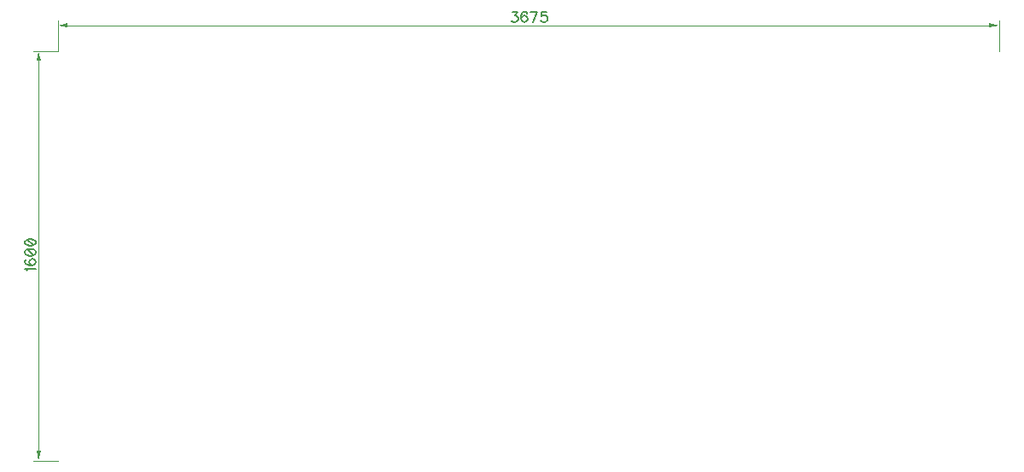
<source format=gbr>
G04 DipTrace 3.1.0.1*
G04 TopDimension.gbr*
%MOIN*%
G04 #@! TF.FileFunction,Drawing,Top*
G04 #@! TF.Part,Single*
%ADD13C,0.001378*%
%ADD51C,0.006176*%
%FSLAX26Y26*%
G04*
G70*
G90*
G75*
G01*
G04 TopDimension*
%LPD*%
X393701Y1993701D2*
D13*
Y2113386D1*
X4068701Y1993701D2*
Y2113386D1*
X2231201Y2093701D2*
X433071D1*
G36*
X393701D2*
X433071Y2101575D1*
Y2085827D1*
X393701Y2093701D1*
G37*
X2231201D2*
D13*
X4029331D1*
G36*
X4068701D2*
X4029331Y2085827D1*
Y2101575D1*
X4068701Y2093701D1*
G37*
X393701Y393701D2*
D13*
X299016D1*
X393701Y1993701D2*
X299016D1*
X318701Y1193701D2*
Y433071D1*
G36*
Y393701D2*
X310827Y433071D1*
X326575D1*
X318701Y393701D1*
G37*
Y1193701D2*
D13*
Y1954331D1*
G36*
Y1993701D2*
X326575Y1954331D1*
X310827D1*
X318701Y1993701D1*
G37*
X2166992Y2146060D2*
D51*
X2187994D1*
X2176542Y2130761D1*
X2182291D1*
X2186093Y2128860D1*
X2187994Y2126958D1*
X2189940Y2121210D1*
Y2117408D1*
X2187994Y2111660D1*
X2184192Y2107813D1*
X2178444Y2105912D1*
X2172696D1*
X2166992Y2107813D1*
X2165091Y2109759D1*
X2163145Y2113561D1*
X2225239Y2140356D2*
X2223338Y2144158D1*
X2217590Y2146060D1*
X2213787D1*
X2208039Y2144158D1*
X2204192Y2138410D1*
X2202291Y2128860D1*
Y2119309D1*
X2204192Y2111660D1*
X2208039Y2107813D1*
X2213787Y2105912D1*
X2215689D1*
X2221392Y2107813D1*
X2225239Y2111660D1*
X2227140Y2117408D1*
Y2119309D1*
X2225239Y2125057D1*
X2221392Y2128860D1*
X2215689Y2130761D1*
X2213787D1*
X2208039Y2128860D1*
X2204192Y2125057D1*
X2202291Y2119309D1*
X2247141Y2105912D2*
X2266286Y2146060D1*
X2239492D1*
X2301586D2*
X2282485D1*
X2280583Y2128860D1*
X2282485Y2130761D1*
X2288233Y2132706D1*
X2293936D1*
X2299685Y2130761D1*
X2303531Y2126958D1*
X2305433Y2121210D1*
Y2117408D1*
X2303531Y2111660D1*
X2299685Y2107813D1*
X2293936Y2105912D1*
X2288233D1*
X2282485Y2107813D1*
X2280583Y2109759D1*
X2278638Y2113561D1*
X273992Y1134245D2*
X272046Y1138092D1*
X266342Y1143840D1*
X306490D1*
X272046Y1179139D2*
X268244Y1177238D1*
X266342Y1171490D1*
Y1167687D1*
X268244Y1161939D1*
X273992Y1158093D1*
X283542Y1156191D1*
X293093D1*
X300742Y1158093D1*
X304589Y1161939D1*
X306490Y1167687D1*
Y1169589D1*
X304589Y1175292D1*
X300742Y1179139D1*
X294994Y1181040D1*
X293093D1*
X287345Y1179139D1*
X283542Y1175292D1*
X281641Y1169589D1*
Y1167687D1*
X283542Y1161939D1*
X287345Y1158093D1*
X293093Y1156191D1*
X266342Y1204888D2*
X268244Y1199140D1*
X273992Y1195293D1*
X283542Y1193392D1*
X289290D1*
X298841Y1195293D1*
X304589Y1199140D1*
X306490Y1204888D1*
Y1208690D1*
X304589Y1214439D1*
X298841Y1218241D1*
X289290Y1220187D1*
X283542D1*
X273992Y1218241D1*
X268244Y1214439D1*
X266342Y1208690D1*
Y1204888D1*
X273992Y1218241D2*
X298841Y1195293D1*
X266342Y1244034D2*
X268244Y1238286D1*
X273992Y1234439D1*
X283542Y1232538D1*
X289290D1*
X298841Y1234439D1*
X304589Y1238286D1*
X306490Y1244034D1*
Y1247837D1*
X304589Y1253585D1*
X298841Y1257387D1*
X289290Y1259333D1*
X283542D1*
X273992Y1257387D1*
X268244Y1253585D1*
X266342Y1247837D1*
Y1244034D1*
X273992Y1257387D2*
X298841Y1234439D1*
M02*

</source>
